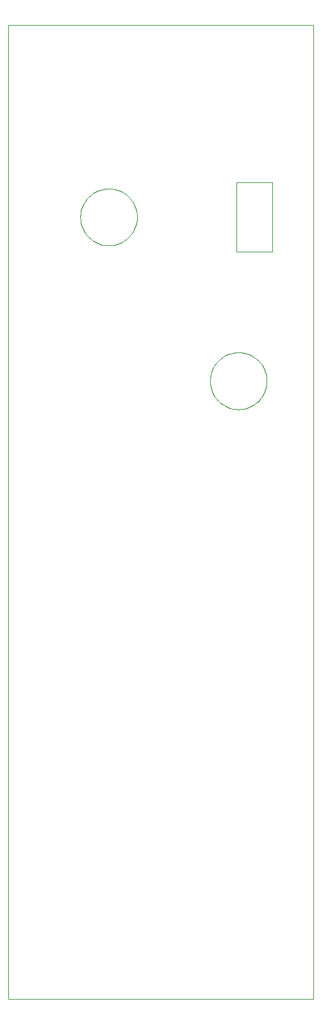
<source format=gbr>
%TF.GenerationSoftware,KiCad,Pcbnew,5.1.10*%
%TF.CreationDate,2021-05-10T15:11:08+02:00*%
%TF.ProjectId,ripples,72697070-6c65-4732-9e6b-696361645f70,rev?*%
%TF.SameCoordinates,Original*%
%TF.FileFunction,Profile,NP*%
%FSLAX46Y46*%
G04 Gerber Fmt 4.6, Leading zero omitted, Abs format (unit mm)*
G04 Created by KiCad (PCBNEW 5.1.10) date 2021-05-10 15:11:08*
%MOMM*%
%LPD*%
G01*
G04 APERTURE LIST*
%TA.AperFunction,Profile*%
%ADD10C,0.100000*%
%TD*%
G04 APERTURE END LIST*
D10*
X10000901Y34298400D02*
X14801800Y34298400D01*
X14801800Y34298400D02*
X14801800Y43499500D01*
X14801800Y43499500D02*
X10000901Y43499500D01*
X10000901Y43499500D02*
X10000901Y34298400D01*
X10000901Y34298400D02*
X10000901Y34298400D01*
X-3097800Y38899800D02*
X-3117099Y38516400D01*
X-3117099Y38516400D02*
X-3173900Y38144000D01*
X-3173900Y38144000D02*
X-3266299Y37784700D01*
X-3266299Y37784700D02*
X-3392399Y37440100D01*
X-3392399Y37440100D02*
X-3550400Y37112300D01*
X-3550400Y37112300D02*
X-3738200Y36803100D01*
X-3738200Y36803100D02*
X-3954099Y36514500D01*
X-3954099Y36514500D02*
X-4196099Y36248200D01*
X-4196099Y36248200D02*
X-4462400Y36006100D01*
X-4462400Y36006100D02*
X-4751100Y35790200D01*
X-4751100Y35790200D02*
X-5060299Y35602400D01*
X-5060299Y35602400D02*
X-5388099Y35444500D01*
X-5388099Y35444500D02*
X-5732700Y35318400D01*
X-5732700Y35318400D02*
X-6092000Y35226000D01*
X-6092000Y35226000D02*
X-6464399Y35169200D01*
X-6464399Y35169200D02*
X-6847800Y35149800D01*
X-6847800Y35149800D02*
X-7218400Y35168200D01*
X-7218400Y35168200D02*
X-7582800Y35222500D01*
X-7582800Y35222500D02*
X-7938399Y35311900D01*
X-7938399Y35311900D02*
X-8282899Y35435300D01*
X-8282899Y35435300D02*
X-8613599Y35591600D01*
X-8613599Y35591600D02*
X-8928299Y35779800D01*
X-8928299Y35779800D02*
X-9224400Y35999000D01*
X-9224400Y35999000D02*
X-9499399Y36248200D01*
X-9499399Y36248200D02*
X-9748599Y36523200D01*
X-9748599Y36523200D02*
X-9967799Y36819300D01*
X-9967799Y36819300D02*
X-10156019Y37134000D01*
X-10156019Y37134000D02*
X-10312340Y37464700D01*
X-10312340Y37464700D02*
X-10435700Y37809200D01*
X-10435700Y37809200D02*
X-10525069Y38164800D01*
X-10525069Y38164800D02*
X-10579439Y38529200D01*
X-10579439Y38529200D02*
X-10597789Y38899800D01*
X-10597789Y38899800D02*
X-10579439Y39270400D01*
X-10579439Y39270400D02*
X-10525069Y39634800D01*
X-10525069Y39634800D02*
X-10435700Y39990400D01*
X-10435700Y39990400D02*
X-10312340Y40334900D01*
X-10312340Y40334900D02*
X-10156019Y40665600D01*
X-10156019Y40665600D02*
X-9967799Y40980300D01*
X-9967799Y40980300D02*
X-9748599Y41276400D01*
X-9748599Y41276400D02*
X-9499399Y41551500D01*
X-9499399Y41551500D02*
X-9224400Y41800600D01*
X-9224400Y41800600D02*
X-8928299Y42019800D01*
X-8928299Y42019800D02*
X-8613599Y42208000D01*
X-8613599Y42208000D02*
X-8282899Y42364400D01*
X-8282899Y42364400D02*
X-7938399Y42487700D01*
X-7938399Y42487700D02*
X-7582800Y42577100D01*
X-7582800Y42577100D02*
X-7218400Y42631500D01*
X-7218400Y42631500D02*
X-6847800Y42649800D01*
X-6847800Y42649800D02*
X-6464399Y42630400D01*
X-6464399Y42630400D02*
X-6092000Y42573600D01*
X-6092000Y42573600D02*
X-5732700Y42481200D01*
X-5732700Y42481200D02*
X-5388099Y42355100D01*
X-5388099Y42355100D02*
X-5060299Y42197200D01*
X-5060299Y42197200D02*
X-4751100Y42009400D01*
X-4751100Y42009400D02*
X-4462400Y41793500D01*
X-4462400Y41793500D02*
X-4196099Y41551500D01*
X-4196099Y41551500D02*
X-3954099Y41285200D01*
X-3954099Y41285200D02*
X-3738200Y40996500D01*
X-3738200Y40996500D02*
X-3550400Y40687300D01*
X-3550400Y40687300D02*
X-3392399Y40359500D01*
X-3392399Y40359500D02*
X-3266299Y40014900D01*
X-3266299Y40014900D02*
X-3173900Y39655600D01*
X-3173900Y39655600D02*
X-3117099Y39283200D01*
X-3117099Y39283200D02*
X-3097800Y38899800D01*
X-3097800Y38899800D02*
X-3097800Y38899800D01*
X14051901Y17299700D02*
X14032500Y16916300D01*
X14032500Y16916300D02*
X13975701Y16543900D01*
X13975701Y16543900D02*
X13883300Y16184500D01*
X13883300Y16184500D02*
X13757201Y15840000D01*
X13757201Y15840000D02*
X13599300Y15512200D01*
X13599300Y15512200D02*
X13411400Y15203000D01*
X13411400Y15203000D02*
X13195501Y14914300D01*
X13195501Y14914300D02*
X12953500Y14648000D01*
X12953500Y14648000D02*
X12687201Y14406000D01*
X12687201Y14406000D02*
X12398500Y14190100D01*
X12398500Y14190100D02*
X12089301Y14002300D01*
X12089301Y14002300D02*
X11761501Y13844400D01*
X11761501Y13844400D02*
X11417001Y13718300D01*
X11417001Y13718300D02*
X11057600Y13625900D01*
X11057600Y13625900D02*
X10685301Y13569000D01*
X10685301Y13569000D02*
X10301900Y13549700D01*
X10301900Y13549700D02*
X9931200Y13568000D01*
X9931200Y13568000D02*
X9566900Y13622400D01*
X9566900Y13622400D02*
X9211201Y13711800D01*
X9211201Y13711800D02*
X8866801Y13835100D01*
X8866801Y13835100D02*
X8536001Y13991400D01*
X8536001Y13991400D02*
X8221401Y14179700D01*
X8221401Y14179700D02*
X7925300Y14398900D01*
X7925300Y14398900D02*
X7650201Y14648000D01*
X7650201Y14648000D02*
X7401101Y14923100D01*
X7401101Y14923100D02*
X7181901Y15219200D01*
X7181901Y15219200D02*
X6993600Y15533800D01*
X6993600Y15533800D02*
X6837301Y15864600D01*
X6837301Y15864600D02*
X6714001Y16209000D01*
X6714001Y16209000D02*
X6624600Y16564700D01*
X6624600Y16564700D02*
X6570200Y16929000D01*
X6570200Y16929000D02*
X6551900Y17299700D01*
X6551900Y17299700D02*
X6570200Y17670300D01*
X6570200Y17670300D02*
X6624600Y18034700D01*
X6624600Y18034700D02*
X6714001Y18390300D01*
X6714001Y18390300D02*
X6837301Y18734700D01*
X6837301Y18734700D02*
X6993600Y19065500D01*
X6993600Y19065500D02*
X7181901Y19380200D01*
X7181901Y19380200D02*
X7401101Y19676300D01*
X7401101Y19676300D02*
X7650201Y19951300D01*
X7650201Y19951300D02*
X7925300Y20200400D01*
X7925300Y20200400D02*
X8221401Y20419600D01*
X8221401Y20419600D02*
X8536001Y20607900D01*
X8536001Y20607900D02*
X8866801Y20764200D01*
X8866801Y20764200D02*
X9211201Y20887600D01*
X9211201Y20887600D02*
X9566900Y20977000D01*
X9566900Y20977000D02*
X9931200Y21031300D01*
X9931200Y21031300D02*
X10301900Y21049700D01*
X10301900Y21049700D02*
X10685301Y21030300D01*
X10685301Y21030300D02*
X11057600Y20973500D01*
X11057600Y20973500D02*
X11417001Y20881100D01*
X11417001Y20881100D02*
X11761501Y20755000D01*
X11761501Y20755000D02*
X12089301Y20597100D01*
X12089301Y20597100D02*
X12398500Y20409200D01*
X12398500Y20409200D02*
X12687201Y20193400D01*
X12687201Y20193400D02*
X12953500Y19951300D01*
X12953500Y19951300D02*
X13195501Y19685000D01*
X13195501Y19685000D02*
X13411400Y19396300D01*
X13411400Y19396300D02*
X13599300Y19087100D01*
X13599300Y19087100D02*
X13757201Y18759300D01*
X13757201Y18759300D02*
X13883300Y18414800D01*
X13883300Y18414800D02*
X13975701Y18055400D01*
X13975701Y18055400D02*
X14032500Y17683100D01*
X14032500Y17683100D02*
X14051901Y17299700D01*
X14051901Y17299700D02*
X14051901Y17299700D01*
X-20149999Y64250000D02*
X20150000Y64250000D01*
X20150000Y64250000D02*
X20150000Y-64250000D01*
X20150000Y-64250000D02*
X-20149999Y-64250000D01*
X-20149999Y-64250000D02*
X-20149999Y64250000D01*
X-20149999Y64250000D02*
X-20149999Y64250000D01*
M02*

</source>
